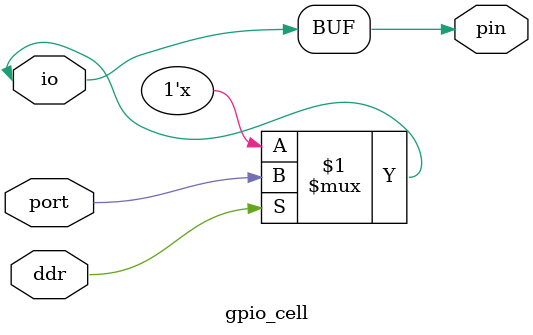
<source format=v>
`timescale 1ns/1ps

`define GPIO_ADDR_MIN 128
`define GPIO_ADDR_MAX 130

`define DDR_ADDR 128
`define PIN_ADDR 129
`define PORT_ADDR 130

module gpio #(parameter WIDTH = 1)(gpio_d_in, gpio_addr, we, clk, arst_n, gpio_d_out, io);

input wire [WIDTH-1:0] gpio_d_in;
input wire [WIDTH-1:0] gpio_addr;
input wire we;
input wire clk;
input wire arst_n;

output reg [WIDTH-1:0] gpio_d_out;

inout wire [WIDTH-1:0] io;

reg [WIDTH-1:0] gpio_regs [`GPIO_ADDR_MAX:`GPIO_ADDR_MIN];

wire [WIDTH-1:0] ddr_w;
wire [WIDTH-1:0] pin_w;
wire [WIDTH-1:0] port_w;

assign ddr_w = gpio_regs[`DDR_ADDR];
assign port_w = gpio_regs[`PORT_ADDR];

gpio_cell gpio_0[WIDTH-1:0](ddr_w, port_w, pin_w, io) ;

always @(posedge clk or negedge arst_n) begin
	if(!arst_n) begin
		gpio_regs[`DDR_ADDR] <= 32'b0;
		gpio_regs[`PORT_ADDR] <= 32'b0;
	end
	else if(we)
			casez(gpio_addr)
				`DDR_ADDR: gpio_regs[`DDR_ADDR] = gpio_d_in;
				`PORT_ADDR: gpio_regs[`PORT_ADDR] = gpio_d_in;
				default: begin
					gpio_regs[`DDR_ADDR] <= 32'b0;
					gpio_regs[`PORT_ADDR] <= 32'b0;
				end
			endcase
end

always @* begin
	gpio_regs[`PIN_ADDR] <= pin_w;

	casez(gpio_addr)
		`DDR_ADDR: gpio_d_out = gpio_regs[`DDR_ADDR];
		`PORT_ADDR: gpio_d_out = gpio_regs[`PORT_ADDR];
		`PIN_ADDR: gpio_d_out <= pin_w;
		default: gpio_d_out = 0;
	endcase
end
	

endmodule


module gpio_cell(ddr, port, pin, io);

	input wire port;
	input wire ddr;

	output wire pin;

	inout wire io;

	assign io = ddr ? port : 1'bz;
	assign pin = io;

endmodule

</source>
